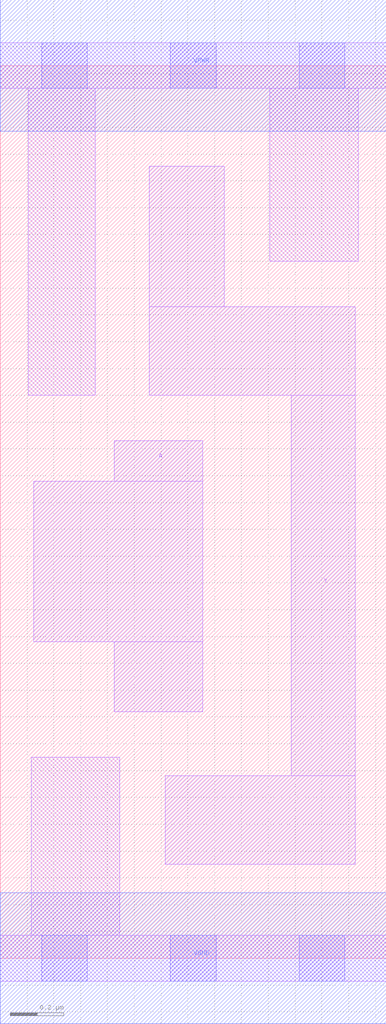
<source format=lef>
# Copyright 2020 The SkyWater PDK Authors
#
# Licensed under the Apache License, Version 2.0 (the "License");
# you may not use this file except in compliance with the License.
# You may obtain a copy of the License at
#
#     https://www.apache.org/licenses/LICENSE-2.0
#
# Unless required by applicable law or agreed to in writing, software
# distributed under the License is distributed on an "AS IS" BASIS,
# WITHOUT WARRANTIES OR CONDITIONS OF ANY KIND, either express or implied.
# See the License for the specific language governing permissions and
# limitations under the License.
#
# SPDX-License-Identifier: Apache-2.0

VERSION 5.7 ;
  NAMESCASESENSITIVE ON ;
  NOWIREEXTENSIONATPIN ON ;
  DIVIDERCHAR "/" ;
  BUSBITCHARS "[]" ;
UNITS
  DATABASE MICRONS 200 ;
END UNITS
MACRO sky130_fd_sc_ms__clkinv_1
  CLASS CORE ;
  SOURCE USER ;
  FOREIGN sky130_fd_sc_ms__clkinv_1 ;
  ORIGIN  0.000000  0.000000 ;
  SIZE  1.440000 BY  3.330000 ;
  SYMMETRY X Y ;
  SITE unit ;
  PIN A
    ANTENNAGATEAREA  0.365400 ;
    DIRECTION INPUT ;
    USE SIGNAL ;
    PORT
      LAYER li1 ;
        RECT 0.125000 1.180000 0.755000 1.780000 ;
        RECT 0.425000 0.920000 0.755000 1.180000 ;
        RECT 0.425000 1.780000 0.755000 1.930000 ;
    END
  END A
  PIN Y
    ANTENNADIFFAREA  0.452150 ;
    DIRECTION OUTPUT ;
    USE SIGNAL ;
    PORT
      LAYER li1 ;
        RECT 0.555000 2.100000 1.325000 2.430000 ;
        RECT 0.555000 2.430000 0.835000 2.955000 ;
        RECT 0.615000 0.350000 1.325000 0.680000 ;
        RECT 1.085000 0.680000 1.325000 2.100000 ;
    END
  END Y
  PIN VGND
    DIRECTION INOUT ;
    USE GROUND ;
    PORT
      LAYER met1 ;
        RECT 0.000000 -0.245000 1.440000 0.245000 ;
    END
  END VGND
  PIN VPWR
    DIRECTION INOUT ;
    USE POWER ;
    PORT
      LAYER met1 ;
        RECT 0.000000 3.085000 1.440000 3.575000 ;
    END
  END VPWR
  OBS
    LAYER li1 ;
      RECT 0.000000 -0.085000 1.440000 0.085000 ;
      RECT 0.000000  3.245000 1.440000 3.415000 ;
      RECT 0.105000  2.100000 0.355000 3.245000 ;
      RECT 0.115000  0.085000 0.445000 0.750000 ;
      RECT 1.005000  2.600000 1.335000 3.245000 ;
    LAYER mcon ;
      RECT 0.155000 -0.085000 0.325000 0.085000 ;
      RECT 0.155000  3.245000 0.325000 3.415000 ;
      RECT 0.635000 -0.085000 0.805000 0.085000 ;
      RECT 0.635000  3.245000 0.805000 3.415000 ;
      RECT 1.115000 -0.085000 1.285000 0.085000 ;
      RECT 1.115000  3.245000 1.285000 3.415000 ;
  END
END sky130_fd_sc_ms__clkinv_1
END LIBRARY

</source>
